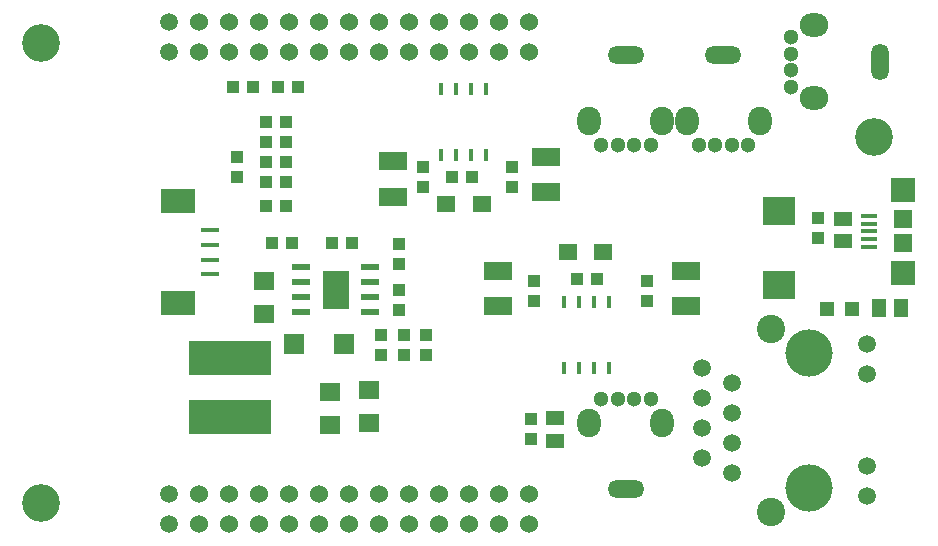
<source format=gtp>
G04 (created by PCBNEW (2013-07-07 BZR 4022)-stable) date 2014/5/16 16:00:16*
%MOIN*%
G04 Gerber Fmt 3.4, Leading zero omitted, Abs format*
%FSLAX34Y34*%
G01*
G70*
G90*
G04 APERTURE LIST*
%ADD10C,0.00590551*%
%ADD11R,0.275591X0.11811*%
%ADD12R,0.0708X0.0629*%
%ADD13R,0.0629921X0.023622*%
%ADD14R,0.0905512X0.129921*%
%ADD15R,0.0433X0.0393*%
%ADD16R,0.0393X0.0433*%
%ADD17R,0.1102X0.0944*%
%ADD18R,0.059X0.0511*%
%ADD19R,0.0511X0.059*%
%ADD20C,0.06*%
%ADD21C,0.0593*%
%ADD22C,0.0511811*%
%ADD23O,0.0944882X0.0787402*%
%ADD24O,0.0590551X0.122047*%
%ADD25O,0.0787402X0.0944882*%
%ADD26O,0.122047X0.0590551*%
%ADD27C,0.0944*%
%ADD28C,0.15748*%
%ADD29C,0.126*%
%ADD30R,0.015748X0.0393701*%
%ADD31R,0.0472X0.0472*%
%ADD32R,0.0669291X0.0669291*%
%ADD33R,0.0629921X0.011811*%
%ADD34R,0.11811X0.0826772*%
%ADD35R,0.0944X0.0629*%
%ADD36R,0.0629X0.0551*%
%ADD37R,0.053X0.016*%
%ADD38R,0.081X0.081*%
%ADD39R,0.06X0.06*%
G04 APERTURE END LIST*
G54D10*
G54D11*
X71056Y-31365D03*
X71056Y-33334D03*
G54D12*
X74400Y-33601D03*
X74400Y-32499D03*
X72200Y-28799D03*
X72200Y-29901D03*
G54D13*
X73425Y-28350D03*
X73425Y-28850D03*
X73425Y-29350D03*
X73425Y-29850D03*
X75725Y-29850D03*
X75725Y-29350D03*
X75725Y-28850D03*
X75725Y-28350D03*
G54D14*
X74575Y-29100D03*
G54D15*
X76850Y-30616D03*
X76850Y-31284D03*
X76700Y-28234D03*
X76700Y-27566D03*
X77600Y-31284D03*
X77600Y-30616D03*
X76100Y-31284D03*
X76100Y-30616D03*
X73134Y-27550D03*
X72466Y-27550D03*
G54D16*
X76700Y-29784D03*
X76700Y-29116D03*
G54D15*
X74441Y-27550D03*
X75109Y-27550D03*
G54D17*
X89350Y-26460D03*
X89350Y-28940D03*
G54D18*
X81900Y-33376D03*
X81900Y-34124D03*
G54D19*
X93424Y-29700D03*
X92676Y-29700D03*
G54D18*
X91500Y-27474D03*
X91500Y-26726D03*
G54D20*
X81023Y-35905D03*
X81023Y-36905D03*
X80023Y-35905D03*
X80023Y-36905D03*
X79023Y-35905D03*
X79023Y-36905D03*
X78023Y-35905D03*
X78023Y-36905D03*
X77023Y-35905D03*
X77023Y-36905D03*
X76023Y-35905D03*
X76023Y-36905D03*
X75023Y-35905D03*
X75023Y-36905D03*
X74023Y-35905D03*
X74023Y-36905D03*
X73023Y-35905D03*
X73023Y-36905D03*
X72023Y-35905D03*
X72023Y-36905D03*
X71023Y-35905D03*
X71023Y-36905D03*
X70023Y-35905D03*
X70023Y-36905D03*
G54D21*
X69023Y-35905D03*
X69023Y-36905D03*
G54D20*
X81023Y-20157D03*
X81023Y-21157D03*
X80023Y-20157D03*
X80023Y-21157D03*
X79023Y-20157D03*
X79023Y-21157D03*
X78023Y-20157D03*
X78023Y-21157D03*
X77023Y-20157D03*
X77023Y-21157D03*
X76023Y-20157D03*
X76023Y-21157D03*
X75023Y-20157D03*
X75023Y-21157D03*
X74023Y-20157D03*
X74023Y-21157D03*
X73023Y-20157D03*
X73023Y-21157D03*
X72023Y-20157D03*
X72023Y-21157D03*
X71023Y-20157D03*
X71023Y-21157D03*
X70023Y-20157D03*
X70023Y-21157D03*
G54D21*
X69023Y-20157D03*
X69023Y-21157D03*
G54D22*
X89742Y-21224D03*
X89742Y-20673D03*
X89742Y-21775D03*
X89742Y-22326D03*
G54D23*
X90529Y-20287D03*
X90529Y-22712D03*
G54D24*
X92734Y-21500D03*
G54D22*
X84525Y-32742D03*
X85076Y-32742D03*
X83974Y-32742D03*
X83423Y-32742D03*
G54D25*
X85462Y-33529D03*
X83037Y-33529D03*
G54D26*
X84250Y-35734D03*
G54D16*
X72266Y-24850D03*
X72934Y-24850D03*
X72934Y-24165D03*
X72266Y-24165D03*
X72266Y-25500D03*
X72934Y-25500D03*
G54D15*
X82616Y-28750D03*
X83284Y-28750D03*
G54D16*
X90650Y-26716D03*
X90650Y-27384D03*
G54D15*
X79134Y-25350D03*
X78466Y-25350D03*
X72266Y-23500D03*
X72934Y-23500D03*
X72666Y-22350D03*
X73334Y-22350D03*
X71834Y-22350D03*
X71166Y-22350D03*
G54D16*
X71300Y-24666D03*
X71300Y-25334D03*
G54D15*
X72266Y-26300D03*
X72934Y-26300D03*
G54D16*
X81100Y-33416D03*
X81100Y-34084D03*
G54D21*
X92274Y-34985D03*
X92274Y-35985D03*
X92274Y-31915D03*
X92274Y-30915D03*
X86781Y-33700D03*
X87781Y-33200D03*
X87781Y-32200D03*
X86781Y-31700D03*
X86781Y-32700D03*
G54D27*
X89094Y-30399D03*
X89094Y-36501D03*
G54D21*
X87781Y-35200D03*
X86781Y-34700D03*
X87781Y-34200D03*
G54D28*
X90350Y-35700D03*
X90350Y-31200D03*
G54D29*
X64763Y-36220D03*
X64763Y-20866D03*
X92519Y-24015D03*
G54D30*
X82200Y-31700D03*
X82700Y-31700D03*
X83200Y-31700D03*
X83700Y-31700D03*
X82200Y-29500D03*
X82700Y-29500D03*
X83200Y-29500D03*
X83700Y-29500D03*
X79600Y-22400D03*
X79100Y-22400D03*
X78600Y-22400D03*
X78100Y-22400D03*
X79600Y-24600D03*
X79100Y-24600D03*
X78600Y-24600D03*
X78100Y-24600D03*
G54D12*
X75700Y-33551D03*
X75700Y-32449D03*
G54D31*
X90962Y-29725D03*
X91788Y-29725D03*
G54D22*
X87224Y-24257D03*
X86673Y-24257D03*
X87775Y-24257D03*
X88326Y-24257D03*
G54D25*
X86287Y-23470D03*
X88712Y-23470D03*
G54D26*
X87500Y-21265D03*
G54D22*
X83974Y-24257D03*
X83423Y-24257D03*
X84525Y-24257D03*
X85076Y-24257D03*
G54D25*
X83037Y-23470D03*
X85462Y-23470D03*
G54D26*
X84250Y-21265D03*
G54D32*
X74858Y-30900D03*
X73205Y-30900D03*
G54D33*
X70388Y-27112D03*
X70388Y-27604D03*
X70388Y-28096D03*
X70388Y-28588D03*
G54D34*
X69306Y-26128D03*
X69306Y-29553D03*
G54D35*
X86250Y-29640D03*
X86250Y-28460D03*
X80000Y-29640D03*
X80000Y-28460D03*
X76500Y-24810D03*
X76500Y-25990D03*
X81600Y-24660D03*
X81600Y-25840D03*
G54D36*
X82310Y-27850D03*
X83490Y-27850D03*
X79440Y-26250D03*
X78260Y-26250D03*
G54D16*
X84950Y-29484D03*
X84950Y-28816D03*
X81200Y-29484D03*
X81200Y-28816D03*
X77500Y-25016D03*
X77500Y-25684D03*
X80450Y-25016D03*
X80450Y-25684D03*
G54D37*
X92360Y-27670D03*
X92360Y-27410D03*
X92360Y-27150D03*
X92360Y-26890D03*
X92360Y-26630D03*
G54D38*
X93500Y-28530D03*
X93500Y-25770D03*
G54D39*
X93500Y-27550D03*
X93500Y-26750D03*
M02*

</source>
